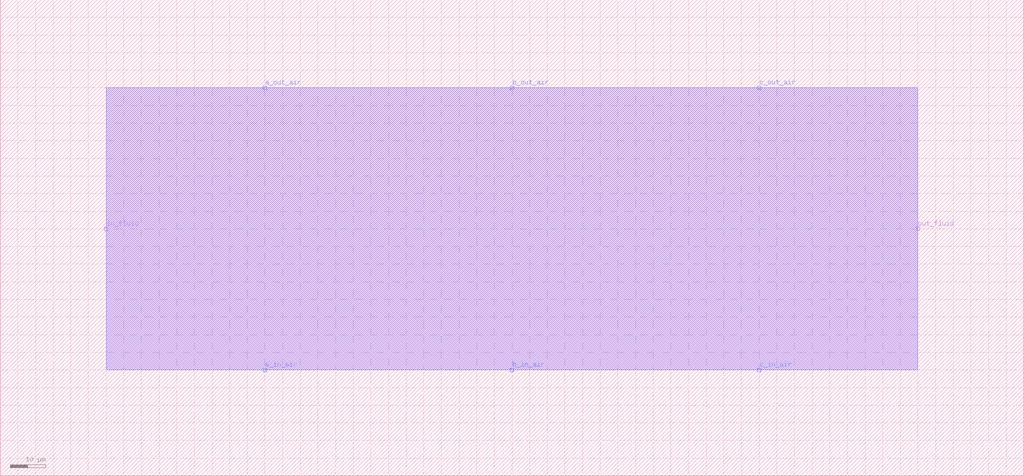
<source format=lef>

MACRO pump_40px_0
  CLASS CORE ;
  ORIGIN  0 0 ;
  FOREIGN pump_40px_0 0 0 ;
  SIZE 290 BY 135 ;
  SYMMETRY X Y ;
  SITE CoreSite ;
  PIN in_fluid
    DIRECTION INPUT ;
    USE SIGNAL ;
    PORT
      LAYER met1 ;
        RECT 29.5 69.5 30.5 70.5 ;
    END
  END in_fluid
  PIN out_fluid
    DIRECTION OUTPUT ;
    USE SIGNAL ;
    PORT
      LAYER met1 ;
        RECT 259.5 69.5 260.5 70.5 ;
    END
  END out_fluid
  PIN a_in_air
    DIRECTION INPUT ;
    USE SIGNAL ;
    PORT
      LAYER met3 ;
        RECT 74.5 29.5 75.5 30.5 ;
    END
  END a_in_air
  PIN a_out_air
    DIRECTION OUTPUT ;
    USE SIGNAL ;
    PORT
      LAYER met3 ;
        RECT 74.5 109.5 75.5 110.5 ;
    END
  END a_out_air
  PIN b_in_air
    DIRECTION INPUT ;
    USE SIGNAL ;
    PORT
      LAYER met3 ;
        RECT 144.5 29.5 145.5 30.5 ;
    END
  END b_in_air
  PIN b_out_air
    DIRECTION OUTPUT ;
    USE SIGNAL ;
    PORT
      LAYER met3 ;
        RECT 144.5 109.5 145.5 110.5 ;
    END
  END b_out_air
  PIN c_in_air
    DIRECTION INPUT ;
    USE SIGNAL ;
    PORT
      LAYER met3 ;
        RECT 214.5 29.5 215.5 30.5 ;
    END
  END c_in_air
  PIN c_out_air
    DIRECTION OUTPUT ;
    USE SIGNAL ;
    PORT
      LAYER met3 ;
        RECT 214.5 109.5 215.5 110.5 ;
    END
  END c_out_air
  OBS
    LAYER met1 ;
      RECT 30 30 260 110 ;
    LAYER met2 ;
      RECT 30 30 260 110 ;
    LAYER met3 ;
      RECT 30 30 260 110 ;
  END
  PROPERTY CatenaDesignType "deviceLevel" ;
END pump_40px_0

</source>
